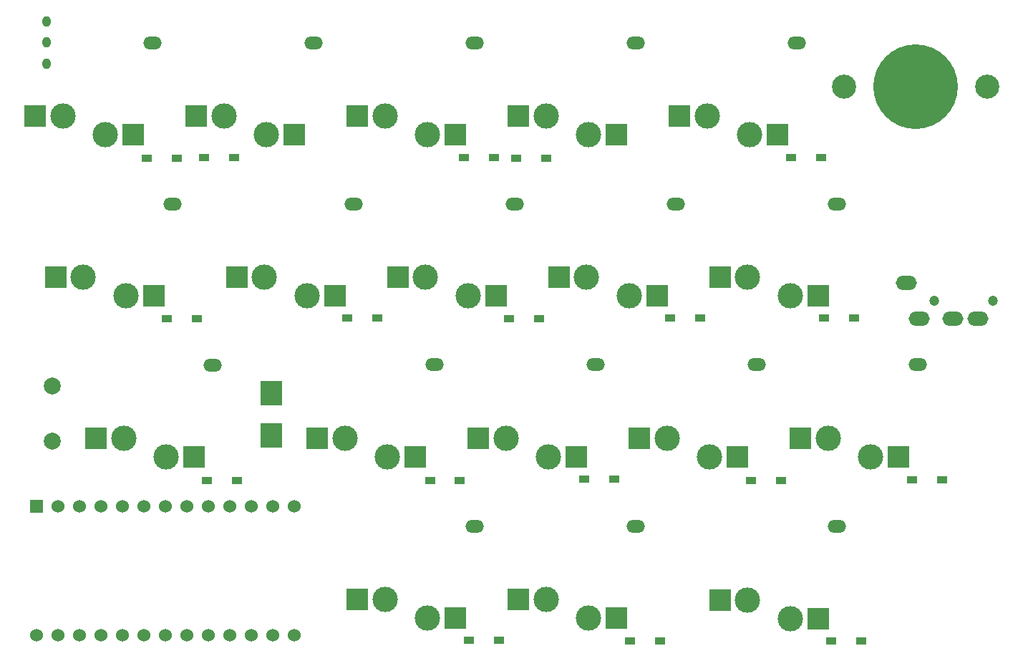
<source format=gbr>
%TF.GenerationSoftware,KiCad,Pcbnew,7.0.8*%
%TF.CreationDate,2024-11-10T08:48:31+09:00*%
%TF.ProjectId,cool937,636f6f6c-3933-4372-9e6b-696361645f70,rev?*%
%TF.SameCoordinates,Original*%
%TF.FileFunction,Soldermask,Bot*%
%TF.FilePolarity,Negative*%
%FSLAX46Y46*%
G04 Gerber Fmt 4.6, Leading zero omitted, Abs format (unit mm)*
G04 Created by KiCad (PCBNEW 7.0.8) date 2024-11-10 08:48:31*
%MOMM*%
%LPD*%
G01*
G04 APERTURE LIST*
%ADD10R,1.300000X0.950000*%
%ADD11C,3.000000*%
%ADD12O,2.200000X1.500000*%
%ADD13R,2.600000X2.600000*%
%ADD14C,2.000000*%
%ADD15C,1.200000*%
%ADD16O,2.500000X1.700000*%
%ADD17R,2.600000X3.000000*%
%ADD18O,1.000000X1.300000*%
%ADD19C,2.850000*%
%ADD20C,10.000000*%
%ADD21C,1.524000*%
%ADD22R,1.524000X1.524000*%
G04 APERTURE END LIST*
D10*
%TO.C,D14*%
X122945000Y-124960000D03*
X126495000Y-124960000D03*
%TD*%
D11*
%TO.C,SW21*%
X58330000Y-139180000D03*
X63330000Y-141380000D03*
D12*
X68880000Y-130480000D03*
D13*
X55030000Y-139180000D03*
X66630000Y-141380000D03*
%TD*%
D11*
%TO.C,SW15*%
X132140000Y-120120000D03*
X137140000Y-122320000D03*
D12*
X142690000Y-111420000D03*
D13*
X128840000Y-120120000D03*
X140440000Y-122320000D03*
%TD*%
D10*
%TO.C,D15*%
X141155000Y-124890000D03*
X144705000Y-124890000D03*
%TD*%
D11*
%TO.C,SW33*%
X108340000Y-158230000D03*
X113340000Y-160430000D03*
D12*
X118890000Y-149530000D03*
D13*
X105040000Y-158230000D03*
X116640000Y-160430000D03*
%TD*%
D10*
%TO.C,D21*%
X68205000Y-144100000D03*
X71755000Y-144100000D03*
%TD*%
%TO.C,D13*%
X103915000Y-125030000D03*
X107465000Y-125030000D03*
%TD*%
D11*
%TO.C,SW4*%
X108340000Y-101070000D03*
X113340000Y-103270000D03*
D12*
X118890000Y-92370000D03*
D13*
X105040000Y-101070000D03*
X116640000Y-103270000D03*
%TD*%
D11*
%TO.C,SW3*%
X89290000Y-101070000D03*
X94290000Y-103270000D03*
D12*
X99840000Y-92370000D03*
D13*
X85990000Y-101070000D03*
X97590000Y-103270000D03*
%TD*%
D14*
%TO.C,SW41*%
X49920000Y-139480000D03*
X49920000Y-132980000D03*
%TD*%
D10*
%TO.C,D25*%
X151575000Y-144030000D03*
X155125000Y-144030000D03*
%TD*%
%TO.C,D34*%
X142005000Y-163140000D03*
X145555000Y-163140000D03*
%TD*%
D11*
%TO.C,SW1*%
X51190000Y-101070000D03*
X56190000Y-103270000D03*
D12*
X61740000Y-92370000D03*
D13*
X47890000Y-101070000D03*
X59490000Y-103270000D03*
%TD*%
D10*
%TO.C,D24*%
X132560000Y-144150000D03*
X136110000Y-144150000D03*
%TD*%
%TO.C,D12*%
X84775000Y-124920000D03*
X88325000Y-124920000D03*
%TD*%
D11*
%TO.C,SW25*%
X141690000Y-139150000D03*
X146690000Y-141350000D03*
D12*
X152240000Y-130450000D03*
D13*
X138390000Y-139150000D03*
X149990000Y-141350000D03*
%TD*%
D11*
%TO.C,SW23*%
X103590000Y-139150000D03*
X108590000Y-141350000D03*
D12*
X114140000Y-130450000D03*
D13*
X100290000Y-139150000D03*
X111890000Y-141350000D03*
%TD*%
D10*
%TO.C,D11*%
X63425000Y-124990000D03*
X66975000Y-124990000D03*
%TD*%
D11*
%TO.C,SW2*%
X70240000Y-101070000D03*
X75240000Y-103270000D03*
D12*
X80790000Y-92370000D03*
D13*
X66940000Y-101070000D03*
X78540000Y-103270000D03*
%TD*%
D10*
%TO.C,D5*%
X137275000Y-105940000D03*
X140825000Y-105940000D03*
%TD*%
D11*
%TO.C,SW11*%
X53570000Y-120130000D03*
X58570000Y-122330000D03*
D12*
X64120000Y-111430000D03*
D13*
X50270000Y-120130000D03*
X61870000Y-122330000D03*
%TD*%
D11*
%TO.C,SW5*%
X127390000Y-101070000D03*
X132390000Y-103270000D03*
D12*
X137940000Y-92370000D03*
D13*
X124090000Y-101070000D03*
X135690000Y-103270000D03*
%TD*%
D11*
%TO.C,SW32*%
X89290000Y-158230000D03*
X94290000Y-160430000D03*
D12*
X99840000Y-149530000D03*
D13*
X85990000Y-158230000D03*
X97590000Y-160430000D03*
%TD*%
D10*
%TO.C,D1*%
X61095000Y-106030000D03*
X64645000Y-106030000D03*
%TD*%
D11*
%TO.C,SW12*%
X74990000Y-120120000D03*
X79990000Y-122320000D03*
D12*
X85540000Y-111420000D03*
D13*
X71690000Y-120120000D03*
X83290000Y-122320000D03*
%TD*%
D10*
%TO.C,D33*%
X118215000Y-163080000D03*
X121765000Y-163080000D03*
%TD*%
%TO.C,D23*%
X112765000Y-144010000D03*
X116315000Y-144010000D03*
%TD*%
%TO.C,D32*%
X99155000Y-163050000D03*
X102705000Y-163050000D03*
%TD*%
D11*
%TO.C,SW22*%
X84540000Y-139150000D03*
X89540000Y-141350000D03*
D12*
X95090000Y-130450000D03*
D13*
X81240000Y-139150000D03*
X92840000Y-141350000D03*
%TD*%
D11*
%TO.C,SW14*%
X113090000Y-120120000D03*
X118090000Y-122320000D03*
D12*
X123640000Y-111420000D03*
D13*
X109790000Y-120120000D03*
X121390000Y-122320000D03*
%TD*%
D10*
%TO.C,D3*%
X98560000Y-105970000D03*
X102110000Y-105970000D03*
%TD*%
%TO.C,D4*%
X104755000Y-106000000D03*
X108305000Y-106000000D03*
%TD*%
D11*
%TO.C,SW24*%
X122640000Y-139150000D03*
X127640000Y-141350000D03*
D12*
X133190000Y-130450000D03*
D13*
X119340000Y-139150000D03*
X130940000Y-141350000D03*
%TD*%
D10*
%TO.C,D22*%
X94550000Y-144140000D03*
X98100000Y-144140000D03*
%TD*%
D15*
%TO.C,J1*%
X161180000Y-122880000D03*
X154180000Y-122880000D03*
D16*
X150880000Y-120780000D03*
X159380000Y-124980000D03*
X156380000Y-124980000D03*
X152380000Y-124980000D03*
%TD*%
D10*
%TO.C,D2*%
X67835000Y-105960000D03*
X71385000Y-105960000D03*
%TD*%
D11*
%TO.C,SW13*%
X94040000Y-120120000D03*
X99040000Y-122320000D03*
D12*
X104590000Y-111420000D03*
D13*
X90740000Y-120120000D03*
X102340000Y-122320000D03*
%TD*%
D11*
%TO.C,SW34*%
X132140000Y-158240000D03*
X137140000Y-160440000D03*
D12*
X142690000Y-149540000D03*
D13*
X128840000Y-158240000D03*
X140440000Y-160440000D03*
%TD*%
D17*
%TO.C,C1*%
X75830000Y-133840000D03*
X75830000Y-138840000D03*
%TD*%
D18*
%TO.C,SW42*%
X49220000Y-89850000D03*
X49220000Y-92350000D03*
X49220000Y-94850000D03*
%TD*%
D19*
%TO.C,BT1*%
X160440000Y-97600000D03*
X143540000Y-97600000D03*
D20*
X151990000Y-97600000D03*
%TD*%
D21*
%TO.C,U2*%
X50540000Y-162390000D03*
X53080000Y-162390000D03*
X55620000Y-162390000D03*
X58160000Y-162390000D03*
X60700000Y-162390000D03*
X63240000Y-162390000D03*
X65780000Y-162390000D03*
X68320000Y-162390000D03*
X70860000Y-162390000D03*
X73400000Y-162390000D03*
X75940000Y-162390000D03*
X78480000Y-162390000D03*
X78480000Y-147170000D03*
X75940000Y-147170000D03*
X73400000Y-147170000D03*
X70860000Y-147170000D03*
X68320000Y-147170000D03*
X65780000Y-147170000D03*
X63240000Y-147170000D03*
X60700000Y-147170000D03*
X58160000Y-147170000D03*
X55620000Y-147170000D03*
X53080000Y-147170000D03*
X50540000Y-147170000D03*
D22*
X48000000Y-147170000D03*
D21*
X48000000Y-162390000D03*
%TD*%
M02*

</source>
